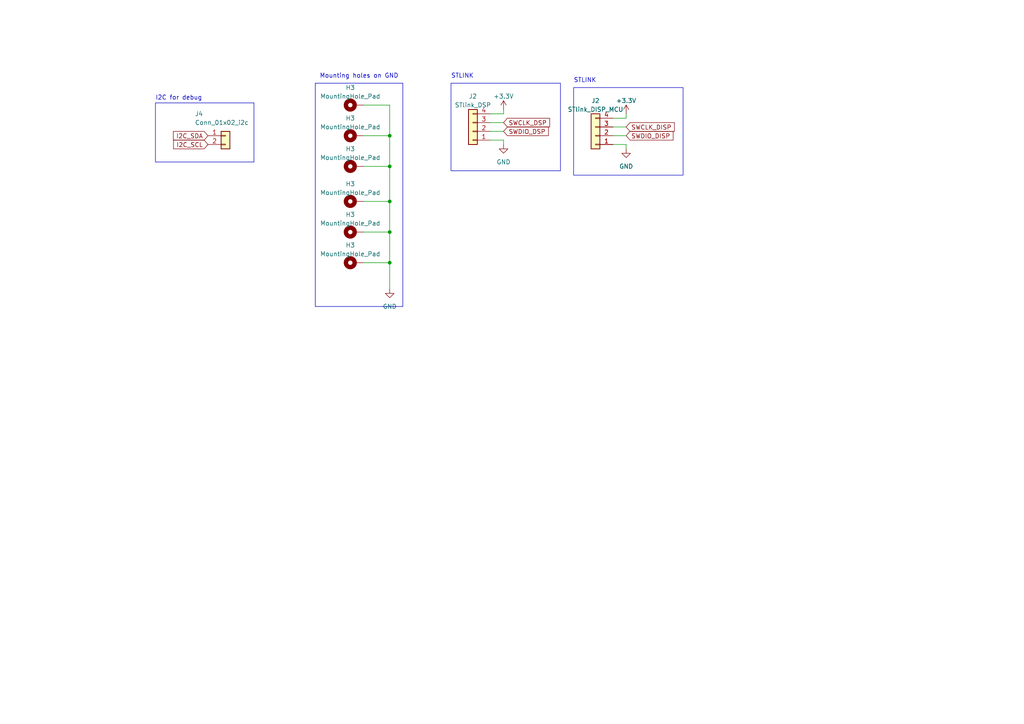
<source format=kicad_sch>
(kicad_sch (version 20231120) (generator "eeschema") (generator_version "8.0")
  (paper "A4")
  (lib_symbols
    (symbol "Connector_Generic:Conn_01x02" (pin_names (offset 1.016) hide)
      (property "Reference" "J" (at 0 2.54 0))
      (property "Value" "Conn_01x02" (at 0 -5.08 0))
      (symbol "Conn_01x02_1_1"
        (rectangle (start -1.27 -2.413) (end 0 -2.667) (stroke (width 0.1524)))
        (rectangle (start -1.27 0.127) (end 0 -0.127) (stroke (width 0.1524)))
        (rectangle (start -1.27 1.27) (end 1.27 -3.81) (stroke (width 0.254)) (fill (type background)))
        (pin passive line (at -5.08 0 0) (length 3.81) (name "Pin_1") (number "1"))
        (pin passive line (at -5.08 -2.54 0) (length 3.81) (name "Pin_2") (number "2"))
      )
    )
    (symbol "Connector_Generic:Conn_01x04" (pin_names (offset 1.016) hide)
      (property "Reference" "J" (at 0 5.08 0))
      (property "Value" "Conn_01x04" (at 0 -7.62 0))
      (symbol "Conn_01x04_1_1"
        (rectangle (start -1.27 -4.953) (end 0 -5.207) (stroke (width 0.1524)))
        (rectangle (start -1.27 -2.413) (end 0 -2.667) (stroke (width 0.1524)))
        (rectangle (start -1.27 0.127) (end 0 -0.127) (stroke (width 0.1524)))
        (rectangle (start -1.27 2.667) (end 0 2.413) (stroke (width 0.1524)))
        (rectangle (start -1.27 3.81) (end 1.27 -6.35) (stroke (width 0.254)) (fill (type background)))
        (pin passive line (at -5.08 2.54 0) (length 3.81) (name "Pin_1") (number "1"))
        (pin passive line (at -5.08 0 0) (length 3.81) (name "Pin_2") (number "2"))
        (pin passive line (at -5.08 -2.54 0) (length 3.81) (name "Pin_3") (number "3"))
        (pin passive line (at -5.08 -5.08 0) (length 3.81) (name "Pin_4") (number "4"))
      )
    )
    (symbol "Mechanical:MountingHole_Pad" (pin_numbers hide) (pin_names (offset 1.016) hide)
      (property "Reference" "H" (at 0 6.35 0))
      (property "Value" "MountingHole_Pad" (at 0 4.445 0))
      (symbol "MountingHole_Pad_0_1"
        (circle (center 0 1.27) (radius 1.27) (stroke (width 1.27)))
      )
      (symbol "MountingHole_Pad_1_1"
        (pin input line (at 0 -2.54 90) (length 2.54) (name "1") (number "1"))
      )
    )
    (symbol "power:+3.3V" (power) (pin_names (offset 0))
      (property "Value" "+3.3V" (at 0 3.556 0))
      (symbol "+3.3V_0_1"
        (polyline (pts (xy -0.762 1.27) (xy 0 2.54)))
        (polyline (pts (xy 0 0) (xy 0 2.54)))
        (polyline (pts (xy 0 2.54) (xy 0.762 1.27)))
      )
      (symbol "+3.3V_1_1"
        (pin power_in line (at 0 0 90) (length 0) hide (name "+3.3V") (number "1"))
      )
    )
    (symbol "power:GND" (power) (pin_names (offset 0))
      (property "Value" "GND" (at 0 -3.81 0))
      (symbol "GND_0_1"
        (polyline (pts (xy 0 0) (xy 0 -1.27) (xy 1.27 -1.27) (xy 0 -2.54) (xy -1.27 -1.27) (xy 0 -1.27)))
      )
      (symbol "GND_1_1"
        (pin power_in line (at 0 0 270) (length 0) hide (name "GND") (number "1"))
      )
    )
  )
  (junction (at 113.03 58.42))
  (junction (at 113.03 48.26))
  (junction (at 113.03 76.2))
  (junction (at 113.03 67.31))
  (junction (at 113.03 39.37))
  (wire (pts (xy 113.03 83.82) (xy 113.03 76.2)))
  (wire (pts (xy 105.41 30.48) (xy 113.03 30.48)))
  (wire (pts (xy 177.8 34.29) (xy 181.61 34.29)))
  (wire (pts (xy 105.41 76.2) (xy 113.03 76.2)))
  (wire (pts (xy 113.03 76.2) (xy 113.03 67.31)))
  (wire (pts (xy 105.41 67.31) (xy 113.03 67.31)))
  (wire (pts (xy 105.41 48.26) (xy 113.03 48.26)))
  (wire (pts (xy 113.03 48.26) (xy 113.03 58.42)))
  (wire (pts (xy 181.61 43.18) (xy 181.61 41.91)))
  (wire (pts (xy 181.61 41.91) (xy 177.8 41.91)))
  (wire (pts (xy 177.8 36.83) (xy 181.61 36.83)))
  (wire (pts (xy 146.05 41.91) (xy 146.05 40.64)))
  (wire (pts (xy 113.03 67.31) (xy 113.03 58.42)))
  (wire (pts (xy 142.24 33.02) (xy 146.05 33.02)))
  (wire (pts (xy 113.03 39.37) (xy 113.03 48.26)))
  (wire (pts (xy 146.05 40.64) (xy 142.24 40.64)))
  (wire (pts (xy 177.8 39.37) (xy 181.61 39.37)))
  (wire (pts (xy 142.24 38.1) (xy 146.05 38.1)))
  (wire (pts (xy 181.61 33.02) (xy 181.61 34.29)))
  (wire (pts (xy 105.41 39.37) (xy 113.03 39.37)))
  (wire (pts (xy 142.24 35.56) (xy 146.05 35.56)))
  (wire (pts (xy 146.05 31.75) (xy 146.05 33.02)))
  (wire (pts (xy 113.03 30.48) (xy 113.03 39.37)))
  (wire (pts (xy 105.41 58.42) (xy 113.03 58.42)))
  (rectangle (start 45.085 29.845) (end 73.66 46.99))
  (rectangle (start 166.37 25.4) (end 198.12 50.8))
  (rectangle (start 130.81 24.13) (end 162.56 49.53))
  (text_box "" (at 91.44 24.13 0) (size 25.4 64.77) (effects (font (size 1.27 1.27)) (justify left top)))
  (text "I2C for debug" (at 45.085 29.21 0) (effects (font (size 1.27 1.27)) (justify left bottom)))
  (text "STLINK" (at 130.81 22.86 0) (effects (font (size 1.27 1.27)) (justify left bottom)))
  (text "STLINK" (at 166.37 24.13 0) (effects (font (size 1.27 1.27)) (justify left bottom)))
  (text "Mounting holes on GND\n" (at 92.71 22.86 0) (effects (font (size 1.27 1.27)) (justify left bottom)))
  (global_label "I2C_SDA" (shape input) (at 60.325 39.37 180) (property "Intersheetrefs" "${INTERSHEET_REFS}" (effects (hide yes))))
  (global_label "SWCLK_DSP" (shape input) (at 146.05 35.56 0) (property "Intersheetrefs" "${INTERSHEET_REFS}" (effects (hide yes))))
  (global_label "I2C_SCL" (shape input) (at 60.325 41.91 180) (property "Intersheetrefs" "${INTERSHEET_REFS}" (effects (hide yes))))
  (global_label "SWCLK_DISP" (shape input) (at 181.61 36.83 0) (property "Intersheetrefs" "${INTERSHEET_REFS}" (effects (hide yes))))
  (global_label "SWDIO_DISP" (shape input) (at 181.61 39.37 0) (property "Intersheetrefs" "${INTERSHEET_REFS}" (effects (hide yes))))
  (global_label "SWDIO_DSP" (shape input) (at 146.05 38.1 0) (property "Intersheetrefs" "${INTERSHEET_REFS}" (effects (hide yes))))
  (symbol (lib_id "Connector_Generic:Conn_01x04") (at 137.16 38.1 180) (unit 1)
    (property "Reference" "J2" (at 137.16 27.94 0))
    (property "Value" "STlink_DSP" (at 137.16 30.48 0))
    (property "Footprint" "Connector_PinHeader_2.54mm:PinHeader_1x04_P2.54mm_Vertical" (effects (hide yes)))
  )
  (symbol (lib_id "Connector_Generic:Conn_01x02") (at 65.405 39.37 0) (unit 1)
    (property "Reference" "J4" (at 56.515 33.02 0) (effects (justify left)))
    (property "Value" "Conn_01x02_i2c" (at 56.515 35.56 0) (effects (justify left)))
    (property "Footprint" "Connector_PinHeader_2.54mm:PinHeader_1x02_P2.54mm_Vertical" (effects (hide yes)))
  )
  (symbol (lib_id "Mechanical:MountingHole_Pad") (at 102.87 48.26 90) (unit 1)
    (property "Reference" "H3" (at 101.6 43.18 90))
    (property "Value" "MountingHole_Pad" (at 101.6 45.72 90))
    (property "Footprint" "MountingHole:MountingHole_3.2mm_M3_DIN965_Pad" (effects (hide yes)))
  )
  (symbol (lib_id "power:GND") (at 146.05 41.91 0) (unit 1)
    (property "Reference" "#PWR011" (effects (hide yes)))
    (property "Value" "GND" (at 146.05 46.99 0))
  )
  (symbol (lib_id "Mechanical:MountingHole_Pad") (at 102.87 39.37 90) (unit 1)
    (property "Reference" "H3" (at 101.6 34.29 90))
    (property "Value" "MountingHole_Pad" (at 101.6 36.83 90))
    (property "Footprint" "MountingHole:MountingHole_3.2mm_M3_DIN965_Pad" (effects (hide yes)))
    (instances (project "stm_audio_board_V3" (path "" (reference "H3") (unit 1)) (path "" (reference "H1") (unit 1)) (path "" (reference "H2") (unit 1))))
  )
  (symbol (lib_id "Mechanical:MountingHole_Pad") (at 102.87 67.31 90) (unit 1)
    (property "Reference" "H3" (at 101.6 62.23 90))
    (property "Value" "MountingHole_Pad" (at 101.6 64.77 90))
    (property "Footprint" "MountingHole:MountingHole_3.2mm_M3_DIN965_Pad" (effects (hide yes)))
    (instances (project "stm_audio_board_V3" (path "" (reference "H3") (unit 1)) (path "" (reference "H4") (unit 1)) (path "" (reference "H5") (unit 1))))
  )
  (symbol (lib_id "Mechanical:MountingHole_Pad") (at 102.87 58.42 90) (unit 1)
    (property "Reference" "H3" (at 101.6 53.34 90))
    (property "Value" "MountingHole_Pad" (at 101.6 55.88 90))
    (property "Footprint" "MountingHole:MountingHole_3.2mm_M3_DIN965_Pad" (effects (hide yes)))
    (instances (project "stm_audio_board_V3" (path "" (reference "H3") (unit 1)) (path "" (reference "H4") (unit 1)) (path "" (reference "H4") (unit 1))))
  )
  (symbol (lib_id "power:GND") (at 181.61 43.18 0) (unit 1)
    (property "Reference" "#PWR011" (effects (hide yes)))
    (property "Value" "GND" (at 181.61 48.26 0))
    (instances (project "stm_audio_board_V3" (path "" (reference "#PWR011") (unit 1)) (path "" (reference "#PWR011") (unit 1)) (path "" (reference "#PWR0109") (unit 1))))
  )
  (symbol (lib_id "power:+3.3V") (at 146.05 31.75 0) (unit 1)
    (property "Reference" "#PWR034" (effects (hide yes)))
    (property "Value" "+3.3V" (at 146.05 27.94 0))
  )
  (symbol (lib_id "Mechanical:MountingHole_Pad") (at 102.87 76.2 90) (unit 1)
    (property "Reference" "H3" (at 101.6 71.12 90))
    (property "Value" "MountingHole_Pad" (at 101.6 73.66 90))
    (property "Footprint" "MountingHole:MountingHole_3.2mm_M3_DIN965_Pad" (effects (hide yes)))
    (instances (project "stm_audio_board_V3" (path "" (reference "H3") (unit 1)) (path "" (reference "H4") (unit 1)) (path "" (reference "H6") (unit 1))))
  )
  (symbol (lib_id "Connector_Generic:Conn_01x04") (at 172.72 39.37 180) (unit 1)
    (property "Reference" "J2" (at 172.72 29.21 0))
    (property "Value" "STlink_DISP_MCU" (at 172.72 31.75 0))
    (property "Footprint" "Connector_PinHeader_2.54mm:PinHeader_1x04_P2.54mm_Vertical" (effects (hide yes)))
    (instances (project "stm_audio_board_V3" (path "" (reference "J2") (unit 1)) (path "" (reference "J2") (unit 1)) (path "" (reference "J16") (unit 1))))
  )
  (symbol (lib_id "power:+3.3V") (at 181.61 33.02 0) (unit 1)
    (property "Reference" "#PWR0108" (effects (hide yes)))
    (property "Value" "+3.3V" (at 181.61 29.21 0))
  )
  (symbol (lib_id "Mechanical:MountingHole_Pad") (at 102.87 30.48 90) (unit 1)
    (property "Reference" "H3" (at 101.6 25.4 90))
    (property "Value" "MountingHole_Pad" (at 101.6 27.94 90))
    (property "Footprint" "MountingHole:MountingHole_3.2mm_M3_DIN965_Pad" (effects (hide yes)))
    (instances (project "stm_audio_board_V3" (path "" (reference "H3") (unit 1)) (path "" (reference "H2") (unit 1)) (path "" (reference "H1") (unit 1))))
  )
  (symbol (lib_id "power:GND") (at 113.03 83.82 0) (unit 1)
    (property "Reference" "#PWR02" (effects (hide yes)))
    (property "Value" "GND" (at 113.03 88.9 0))
    (instances (project "stm_audio_board_V3" (path "" (reference "#PWR02") (unit 1)) (path "" (reference "#PWR056") (unit 1)) (path "" (reference "#PWR056") (unit 1))))
  )
)
</source>
